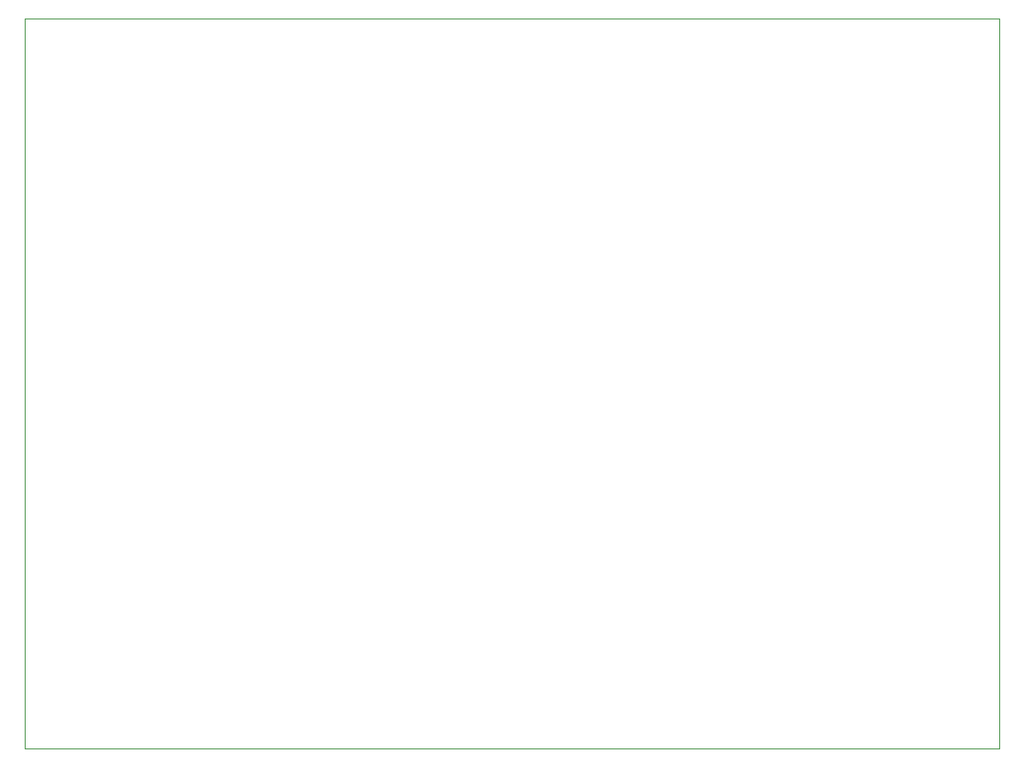
<source format=gm1>
G04 #@! TF.GenerationSoftware,KiCad,Pcbnew,(6.0.11)*
G04 #@! TF.CreationDate,2023-06-15T09:23:19+03:00*
G04 #@! TF.ProjectId,flyback_48V_48W,666c7962-6163-46b5-9f34-38565f343857,rev?*
G04 #@! TF.SameCoordinates,Original*
G04 #@! TF.FileFunction,Profile,NP*
%FSLAX46Y46*%
G04 Gerber Fmt 4.6, Leading zero omitted, Abs format (unit mm)*
G04 Created by KiCad (PCBNEW (6.0.11)) date 2023-06-15 09:23:19*
%MOMM*%
%LPD*%
G01*
G04 APERTURE LIST*
G04 #@! TA.AperFunction,Profile*
%ADD10C,0.100000*%
G04 #@! TD*
G04 APERTURE END LIST*
D10*
X100000000Y-30000000D02*
X193396000Y-30000000D01*
X193396000Y-30000000D02*
X193396000Y-100000000D01*
X193396000Y-100000000D02*
X100000000Y-100000000D01*
X100000000Y-100000000D02*
X100000000Y-30000000D01*
M02*

</source>
